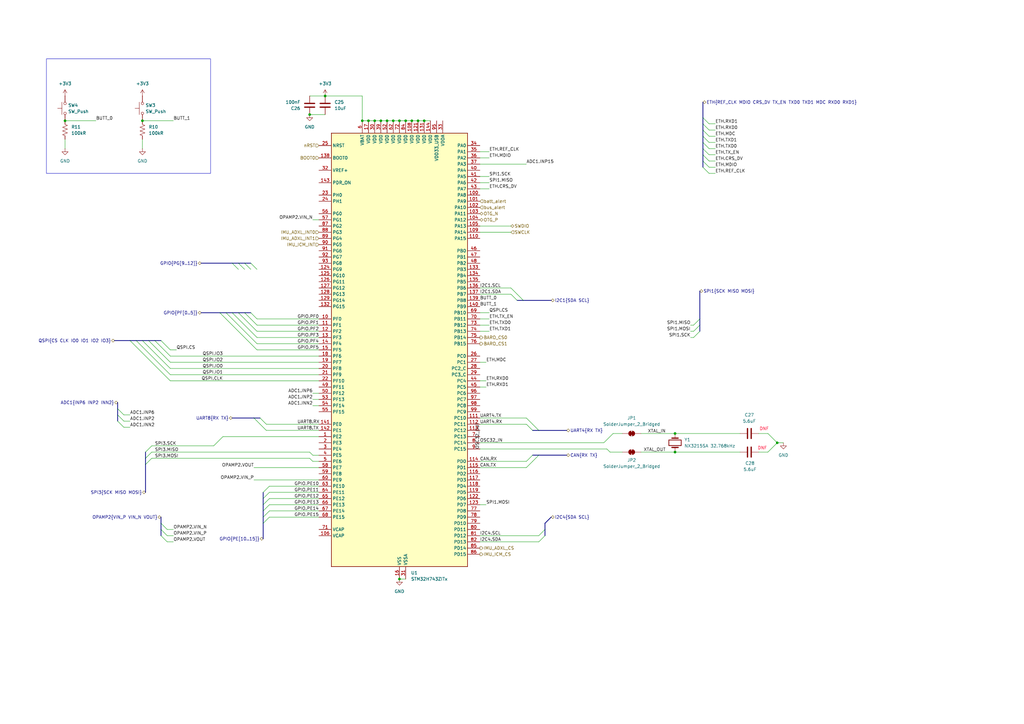
<source format=kicad_sch>
(kicad_sch (version 20250114) (generator "eeschema") (generator_version "9.0")
  (paper "A3")
  (lib_symbols
    (symbol "Device:C" (pin_numbers (hide yes)) (pin_names (offset 0.254))
      (property "Reference" "C" (at 0.635 2.54 0))
      (property "Value" "C" (at 0.635 -2.54 0))
      (symbol "C_0_1"
        (polyline (pts (xy -2.032 0.762) (xy 2.032 0.762)) (stroke (width 0.508)))
        (polyline (pts (xy -2.032 -0.762) (xy 2.032 -0.762)) (stroke (width 0.508)))
      )
      (symbol "C_1_1"
        (pin passive line (at 0 3.81 270) (length 2.794) (name "~") (number "1"))
        (pin passive line (at 0 -3.81 90) (length 2.794) (name "~") (number "2"))
      )
    )
    (symbol "Device:Crystal" (pin_numbers (hide yes)) (pin_names (offset 1.016) (hide yes))
      (property "Reference" "Y" (at 0 3.81 0))
      (property "Value" "Crystal" (at 0 -3.81 0))
      (symbol "Crystal_0_1"
        (polyline (pts (xy -2.54 0) (xy -1.905 0)))
        (polyline (pts (xy -1.905 -1.27) (xy -1.905 1.27)) (stroke (width 0.508)))
        (rectangle (start -1.143 2.54) (end 1.143 -2.54) (stroke (width 0.3048)))
        (polyline (pts (xy 1.905 -1.27) (xy 1.905 1.27)) (stroke (width 0.508)))
        (polyline (pts (xy 2.54 0) (xy 1.905 0)))
      )
      (symbol "Crystal_1_1"
        (pin passive line (at -3.81 0 0) (length 1.27) (name "1") (number "1"))
        (pin passive line (at 3.81 0 180) (length 1.27) (name "2") (number "2"))
      )
    )
    (symbol "Device:R_US" (pin_numbers (hide yes)) (pin_names (offset 0))
      (property "Reference" "R" (at 2.54 0 90))
      (property "Value" "R_US" (at -2.54 0 90))
      (symbol "R_US_0_1"
        (polyline (pts (xy 0 2.286) (xy 0 2.54)))
        (polyline (pts (xy 0 2.286) (xy 1.016 1.905) (xy 0 1.524) (xy -1.016 1.143) (xy 0 0.762)))
        (polyline (pts (xy 0 0.762) (xy 1.016 0.381) (xy 0 0) (xy -1.016 -0.381) (xy 0 -0.762)))
        (polyline (pts (xy 0 -0.762) (xy 1.016 -1.143) (xy 0 -1.524) (xy -1.016 -1.905) (xy 0 -2.286)))
        (polyline (pts (xy 0 -2.286) (xy 0 -2.54)))
      )
      (symbol "R_US_1_1"
        (pin passive line (at 0 3.81 270) (length 1.27) (name "~") (number "1"))
        (pin passive line (at 0 -3.81 90) (length 1.27) (name "~") (number "2"))
      )
    )
    (symbol "Jumper:SolderJumper_2_Bridged" (pin_numbers (hide yes)) (pin_names (offset 0) (hide yes)) (in_bom no)
      (property "Reference" "JP" (at 0 2.032 0))
      (property "Value" "SolderJumper_2_Bridged" (at 0 -2.54 0))
      (symbol "SolderJumper_2_Bridged_0_1"
        (rectangle (start -0.508 0.508) (end 0.508 -0.508) (fill (type outline)))
        (polyline (pts (xy -0.254 1.016) (xy -0.254 -1.016)))
        (arc (start -0.254 -1.016) (mid -1.2656 0) (end -0.254 1.016))
        (arc (start -0.254 -1.016) (mid -1.2656 0) (end -0.254 1.016) (fill (type outline)))
        (arc (start 0.254 1.016) (mid 1.2656 0) (end 0.254 -1.016))
        (arc (start 0.254 1.016) (mid 1.2656 0) (end 0.254 -1.016) (fill (type outline)))
        (polyline (pts (xy 0.254 1.016) (xy 0.254 -1.016)))
      )
      (symbol "SolderJumper_2_Bridged_1_1"
        (pin passive line (at -3.81 0 0) (length 2.54) (name "A") (number "1"))
        (pin passive line (at 3.81 0 180) (length 2.54) (name "B") (number "2"))
      )
    )
    (symbol "MCU_ST_STM32H7:STM32H743ZITx"
      (property "Reference" "U" (at -27.94 90.17 0))
      (property "Value" "STM32H743ZITx" (at 20.32 90.17 0))
      (symbol "STM32H743ZITx_0_1"
        (rectangle (start -27.94 -88.9) (end 27.94 88.9) (stroke (width 0.254)) (fill (type background)))
      )
      (symbol "STM32H743ZITx_1_1"
        (pin input line (at -33.02 83.82 0) (length 5.08) (name "NRST") (number "25"))
        (pin input line (at -33.02 78.74 0) (length 5.08) (name "BOOT0") (number "138"))
        (pin input line (at -33.02 73.66 0) (length 5.08) (name "VREF+") (number "32"))
        (pin input line (at -33.02 68.58 0) (length 5.08) (name "PDR_ON") (number "143"))
        (pin bidirectional line (at -33.02 63.5 0) (length 5.08) (name "PH0") (number "23"))
        (pin bidirectional line (at -33.02 60.96 0) (length 5.08) (name "PH1") (number "24"))
        (pin bidirectional line (at -33.02 55.88 0) (length 5.08) (name "PG0") (number "56"))
        (pin bidirectional line (at -33.02 53.34 0) (length 5.08) (name "PG1") (number "57"))
        (pin bidirectional line (at -33.02 50.8 0) (length 5.08) (name "PG2") (number "87"))
        (pin bidirectional line (at -33.02 48.26 0) (length 5.08) (name "PG3") (number "88"))
        (pin bidirectional line (at -33.02 45.72 0) (length 5.08) (name "PG4") (number "89"))
        (pin bidirectional line (at -33.02 43.18 0) (length 5.08) (name "PG5") (number "90"))
        (pin bidirectional line (at -33.02 40.64 0) (length 5.08) (name "PG6") (number "91"))
        (pin bidirectional line (at -33.02 38.1 0) (length 5.08) (name "PG7") (number "92"))
        (pin bidirectional line (at -33.02 35.56 0) (length 5.08) (name "PG8") (number "93"))
        (pin bidirectional line (at -33.02 33.02 0) (length 5.08) (name "PG9") (number "124"))
        (pin bidirectional line (at -33.02 30.48 0) (length 5.08) (name "PG10") (number "125"))
        (pin bidirectional line (at -33.02 27.94 0) (length 5.08) (name "PG11") (number "126"))
        (pin bidirectional line (at -33.02 25.4 0) (length 5.08) (name "PG12") (number "127"))
        (pin bidirectional line (at -33.02 22.86 0) (length 5.08) (name "PG13") (number "128"))
        (pin bidirectional line (at -33.02 20.32 0) (length 5.08) (name "PG14") (number "129"))
        (pin bidirectional line (at -33.02 17.78 0) (length 5.08) (name "PG15") (number "132"))
        (pin bidirectional line (at -33.02 12.7 0) (length 5.08) (name "PF0") (number "10"))
        (pin bidirectional line (at -33.02 10.16 0) (length 5.08) (name "PF1") (number "11"))
        (pin bidirectional line (at -33.02 7.62 0) (length 5.08) (name "PF2") (number "12"))
        (pin bidirectional line (at -33.02 5.08 0) (length 5.08) (name "PF3") (number "13"))
        (pin bidirectional line (at -33.02 2.54 0) (length 5.08) (name "PF4") (number "14"))
        (pin bidirectional line (at -33.02 0 0) (length 5.08) (name "PF5") (number "15"))
        (pin bidirectional line (at -33.02 -2.54 0) (length 5.08) (name "PF6") (number "18"))
        (pin bidirectional line (at -33.02 -5.08 0) (length 5.08) (name "PF7") (number "19"))
        (pin bidirectional line (at -33.02 -7.62 0) (length 5.08) (name "PF8") (number "20"))
        (pin bidirectional line (at -33.02 -10.16 0) (length 5.08) (name "PF9") (number "21"))
        (pin bidirectional line (at -33.02 -12.7 0) (length 5.08) (name "PF10") (number "22"))
        (pin bidirectional line (at -33.02 -15.24 0) (length 5.08) (name "PF11") (number "49"))
        (pin bidirectional line (at -33.02 -17.78 0) (length 5.08) (name "PF12") (number "50"))
        (pin bidirectional line (at -33.02 -20.32 0) (length 5.08) (name "PF13") (number "53"))
        (pin bidirectional line (at -33.02 -22.86 0) (length 5.08) (name "PF14") (number "54"))
        (pin bidirectional line (at -33.02 -25.4 0) (length 5.08) (name "PF15") (number "55"))
        (pin bidirectional line (at -33.02 -30.48 0) (length 5.08) (name "PE0") (number "141"))
        (pin bidirectional line (at -33.02 -33.02 0) (length 5.08) (name "PE1") (number "142"))
        (pin bidirectional line (at -33.02 -35.56 0) (length 5.08) (name "PE2") (number "1"))
        (pin bidirectional line (at -33.02 -38.1 0) (length 5.08) (name "PE3") (number "2"))
        (pin bidirectional line (at -33.02 -40.64 0) (length 5.08) (name "PE4") (number "3"))
        (pin bidirectional line (at -33.02 -43.18 0) (length 5.08) (name "PE5") (number "4"))
        (pin bidirectional line (at -33.02 -45.72 0) (length 5.08) (name "PE6") (number "5"))
        (pin bidirectional line (at -33.02 -48.26 0) (length 5.08) (name "PE7") (number "58"))
        (pin bidirectional line (at -33.02 -50.8 0) (length 5.08) (name "PE8") (number "59"))
        (pin bidirectional line (at -33.02 -53.34 0) (length 5.08) (name "PE9") (number "60"))
        (pin bidirectional line (at -33.02 -55.88 0) (length 5.08) (name "PE10") (number "63"))
        (pin bidirectional line (at -33.02 -58.42 0) (length 5.08) (name "PE11") (number "64"))
        (pin bidirectional line (at -33.02 -60.96 0) (length 5.08) (name "PE12") (number "65"))
        (pin bidirectional line (at -33.02 -63.5 0) (length 5.08) (name "PE13") (number "66"))
        (pin bidirectional line (at -33.02 -66.04 0) (length 5.08) (name "PE14") (number "67"))
        (pin bidirectional line (at -33.02 -68.58 0) (length 5.08) (name "PE15") (number "68"))
        (pin power_out line (at -33.02 -73.66 0) (length 5.08) (name "VCAP") (number "71"))
        (pin power_out line (at -33.02 -76.2 0) (length 5.08) (name "VCAP") (number "106"))
        (pin power_in line (at -15.24 93.98 270) (length 5.08) (name "VBAT") (number "6"))
        (pin power_in line (at -12.7 93.98 270) (length 5.08) (name "VDD") (number "17"))
        (pin power_in line (at -10.16 93.98 270) (length 5.08) (name "VDD") (number "30"))
        (pin power_in line (at -7.62 93.98 270) (length 5.08) (name "VDD") (number "39"))
        (pin power_in line (at -5.08 93.98 270) (length 5.08) (name "VDD") (number "52"))
        (pin power_in line (at -2.54 93.98 270) (length 5.08) (name "VDD") (number "62"))
        (pin power_in line (at 0 93.98 270) (length 5.08) (name "VDD") (number "72"))
        (pin passive line (at 0 -93.98 90) (length 5.08) (hide yes) (name "VSS") (number "107"))
        (pin passive line (at 0 -93.98 90) (length 5.08) (hide yes) (name "VSS") (number "120"))
        (pin passive line (at 0 -93.98 90) (length 5.08) (hide yes) (name "VSS") (number "130"))
        (pin power_in line (at 0 -93.98 90) (length 5.08) (name "VSS") (number "16"))
        (pin passive line (at 0 -93.98 90) (length 5.08) (hide yes) (name "VSS") (number "38"))
        (pin passive line (at 0 -93.98 90) (length 5.08) (hide yes) (name "VSS") (number "51"))
        (pin passive line (at 0 -93.98 90) (length 5.08) (hide yes) (name "VSS") (number "61"))
        (pin passive line (at 0 -93.98 90) (length 5.08) (hide yes) (name "VSS") (number "83"))
        (pin passive line (at 0 -93.98 90) (length 5.08) (hide yes) (name "VSS") (number "94"))
        (pin power_in line (at 2.54 93.98 270) (length 5.08) (name "VDD") (number "84"))
        (pin power_in line (at 2.54 -93.98 90) (length 5.08) (name "VSSA") (number "31"))
        (pin power_in line (at 5.08 93.98 270) (length 5.08) (name "VDD") (number "108"))
        (pin power_in line (at 7.62 93.98 270) (length 5.08) (name "VDD") (number "121"))
        (pin power_in line (at 10.16 93.98 270) (length 5.08) (name "VDD") (number "131"))
        (pin power_in line (at 12.7 93.98 270) (length 5.08) (name "VDD") (number "144"))
        (pin power_in line (at 15.24 93.98 270) (length 5.08) (name "VDD33_USB") (number "95"))
        (pin power_in line (at 17.78 93.98 270) (length 5.08) (name "VDDA") (number "33"))
        (pin bidirectional line (at 33.02 83.82 180) (length 5.08) (name "PA0") (number "34"))
        (pin bidirectional line (at 33.02 81.28 180) (length 5.08) (name "PA1") (number "35"))
        (pin bidirectional line (at 33.02 78.74 180) (length 5.08) (name "PA2") (number "36"))
        (pin bidirectional line (at 33.02 76.2 180) (length 5.08) (name "PA3") (number "37"))
        (pin bidirectional line (at 33.02 73.66 180) (length 5.08) (name "PA4") (number "40"))
        (pin bidirectional line (at 33.02 71.12 180) (length 5.08) (name "PA5") (number "41"))
        (pin bidirectional line (at 33.02 68.58 180) (length 5.08) (name "PA6") (number "42"))
        (pin bidirectional line (at 33.02 66.04 180) (length 5.08) (name "PA7") (number "43"))
        (pin bidirectional line (at 33.02 63.5 180) (length 5.08) (name "PA8") (number "100"))
        (pin bidirectional line (at 33.02 60.96 180) (length 5.08) (name "PA9") (number "101"))
        (pin bidirectional line (at 33.02 58.42 180) (length 5.08) (name "PA10") (number "102"))
        (pin bidirectional line (at 33.02 55.88 180) (length 5.08) (name "PA11") (number "103"))
        (pin bidirectional line (at 33.02 53.34 180) (length 5.08) (name "PA12") (number "104"))
        (pin bidirectional line (at 33.02 50.8 180) (length 5.08) (name "PA13") (number "105"))
        (pin bidirectional line (at 33.02 48.26 180) (length 5.08) (name "PA14") (number "109"))
        (pin bidirectional line (at 33.02 45.72 180) (length 5.08) (name "PA15") (number "110"))
        (pin bidirectional line (at 33.02 40.64 180) (length 5.08) (name "PB0") (number "46"))
        (pin bidirectional line (at 33.02 38.1 180) (length 5.08) (name "PB1") (number "47"))
        (pin bidirectional line (at 33.02 35.56 180) (length 5.08) (name "PB2") (number "48"))
        (pin bidirectional line (at 33.02 33.02 180) (length 5.08) (name "PB3") (number "133"))
        (pin bidirectional line (at 33.02 30.48 180) (length 5.08) (name "PB4") (number "134"))
        (pin bidirectional line (at 33.02 27.94 180) (length 5.08) (name "PB5") (number "135"))
        (pin bidirectional line (at 33.02 25.4 180) (length 5.08) (name "PB6") (number "136"))
        (pin bidirectional line (at 33.02 22.86 180) (length 5.08) (name "PB7") (number "137"))
        (pin bidirectional line (at 33.02 20.32 180) (length 5.08) (name "PB8") (number "139"))
        (pin bidirectional line (at 33.02 17.78 180) (length 5.08) (name "PB9") (number "140"))
        (pin bidirectional line (at 33.02 15.24 180) (length 5.08) (name "PB10") (number "69"))
        (pin bidirectional line (at 33.02 12.7 180) (length 5.08) (name "PB11") (number "70"))
        (pin bidirectional line (at 33.02 10.16 180) (length 5.08) (name "PB12") (number "73"))
        (pin bidirectional line (at 33.02 7.62 180) (length 5.08) (name "PB13") (number "74"))
        (pin bidirectional line (at 33.02 5.08 180) (length 5.08) (name "PB14") (number "75"))
        (pin bidirectional line (at 33.02 2.54 180) (length 5.08) (name "PB15") (number "76"))
        (pin bidirectional line (at 33.02 -2.54 180) (length 5.08) (name "PC0") (number "26"))
        (pin bidirectional line (at 33.02 -5.08 180) (length 5.08) (name "PC1") (number "27"))
        (pin bidirectional line (at 33.02 -7.62 180) (length 5.08) (name "PC2_C") (number "28"))
        (pin bidirectional line (at 33.02 -10.16 180) (length 5.08) (name "PC3_C") (number "29"))
        (pin bidirectional line (at 33.02 -12.7 180) (length 5.08) (name "PC4") (number "44"))
        (pin bidirectional line (at 33.02 -15.24 180) (length 5.08) (name "PC5") (number "45"))
        (pin bidirectional line (at 33.02 -17.78 180) (length 5.08) (name "PC6") (number "96"))
        (pin bidirectional line (at 33.02 -20.32 180) (length 5.08) (name "PC7") (number "97"))
        (pin bidirectional line (at 33.02 -22.86 180) (length 5.08) (name "PC8") (number "98"))
        (pin bidirectional line (at 33.02 -25.4 180) (length 5.08) (name "PC9") (number "99"))
        (pin bidirectional line (at 33.02 -27.94 180) (length 5.08) (name "PC10") (number "111"))
        (pin bidirectional line (at 33.02 -30.48 180) (length 5.08) (name "PC11") (number "112"))
        (pin bidirectional line (at 33.02 -33.02 180) (length 5.08) (name "PC12") (number "113"))
        (pin bidirectional line (at 33.02 -35.56 180) (length 5.08) (name "PC13") (number "7"))
        (pin bidirectional line (at 33.02 -38.1 180) (length 5.08) (name "PC14") (number "8"))
        (pin bidirectional line (at 33.02 -40.64 180) (length 5.08) (name "PC15") (number "9"))
        (pin bidirectional line (at 33.02 -45.72 180) (length 5.08) (name "PD0") (number "114"))
        (pin bidirectional line (at 33.02 -48.26 180) (length 5.08) (name "PD1") (number "115"))
        (pin bidirectional line (at 33.02 -50.8 180) (length 5.08) (name "PD2") (number "116"))
        (pin bidirectional line (at 33.02 -53.34 180) (length 5.08) (name "PD3") (number "117"))
        (pin bidirectional line (at 33.02 -55.88 180) (length 5.08) (name "PD4") (number "118"))
        (pin bidirectional line (at 33.02 -58.42 180) (length 5.08) (name "PD5") (number "119"))
        (pin bidirectional line (at 33.02 -60.96 180) (length 5.08) (name "PD6") (number "122"))
        (pin bidirectional line (at 33.02 -63.5 180) (length 5.08) (name "PD7") (number "123"))
        (pin bidirectional line (at 33.02 -66.04 180) (length 5.08) (name "PD8") (number "77"))
        (pin bidirectional line (at 33.02 -68.58 180) (length 5.08) (name "PD9") (number "78"))
        (pin bidirectional line (at 33.02 -71.12 180) (length 5.08) (name "PD10") (number "79"))
        (pin bidirectional line (at 33.02 -73.66 180) (length 5.08) (name "PD11") (number "80"))
        (pin bidirectional line (at 33.02 -76.2 180) (length 5.08) (name "PD12") (number "81"))
        (pin bidirectional line (at 33.02 -78.74 180) (length 5.08) (name "PD13") (number "82"))
        (pin bidirectional line (at 33.02 -81.28 180) (length 5.08) (name "PD14") (number "85"))
        (pin bidirectional line (at 33.02 -83.82 180) (length 5.08) (name "PD15") (number "86"))
      )
    )
    (symbol "Switch:SW_Push" (pin_numbers (hide yes)) (pin_names (offset 1.016) (hide yes))
      (property "Reference" "SW" (at 1.27 2.54 0))
      (property "Value" "SW_Push" (at 0 -1.524 0))
      (symbol "SW_Push_0_1"
        (circle (center -2.032 0) (radius 0.508))
        (polyline (pts (xy 0 1.27) (xy 0 3.048)))
        (circle (center 2.032 0) (radius 0.508))
        (polyline (pts (xy 2.54 1.27) (xy -2.54 1.27)))
        (pin passive line (at -5.08 0 0) (length 2.54) (name "1") (number "1"))
        (pin passive line (at 5.08 0 180) (length 2.54) (name "2") (number "2"))
      )
    )
    (symbol "power:+3V3" (power) (pin_numbers (hide yes)) (pin_names (offset 0) (hide yes))
      (property "Value" "+3V3" (at 0 3.556 0))
      (symbol "+3V3_0_1"
        (polyline (pts (xy -0.762 1.27) (xy 0 2.54)))
        (polyline (pts (xy 0 2.54) (xy 0.762 1.27)))
        (polyline (pts (xy 0 0) (xy 0 2.54)))
      )
      (symbol "+3V3_1_1"
        (pin power_in line (at 0 0 90) (length 0) (name "~") (number "1"))
      )
    )
    (symbol "power:GND" (power) (pin_numbers (hide yes)) (pin_names (offset 0) (hide yes))
      (property "Value" "GND" (at 0 -3.81 0))
      (symbol "GND_0_1"
        (polyline (pts (xy 0 0) (xy 0 -1.27) (xy 1.27 -1.27) (xy 0 -2.54) (xy -1.27 -1.27) (xy 0 -1.27)))
      )
      (symbol "GND_1_1"
        (pin power_in line (at 0 0 270) (length 0) (name "~") (number "1"))
      )
    )
  )
  (rectangle (start 19.05 24.13) (end 86.36 71.12))
  (text "DNF" (at 313.436 176.022 0) (effects (font (size 1.27 1.27))))
  (text "DNF" (at 312.674 183.896 0) (effects (font (size 1.27 1.27))))
  (junction (at 168.91 49.53))
  (junction (at 161.29 49.53))
  (junction (at 156.21 49.53))
  (junction (at 276.86 185.42))
  (junction (at 58.42 49.53))
  (junction (at 318.77 181.61))
  (junction (at 153.67 49.53))
  (junction (at 133.35 39.37))
  (junction (at 158.75 49.53))
  (junction (at 127 46.99))
  (junction (at 166.37 49.53))
  (junction (at 173.99 49.53))
  (junction (at 148.59 49.53))
  (junction (at 276.86 177.8))
  (junction (at 151.13 49.53))
  (junction (at 163.83 237.49))
  (junction (at 26.67 49.53))
  (junction (at 171.45 49.53))
  (junction (at 163.83 49.53))
  (bus_entry (at 90.17 128.27) (size 2.54 2.54))
  (bus_entry (at 288.29 68.58) (size 2.54 2.54))
  (bus_entry (at 58.42 139.7) (size 2.54 2.54))
  (bus_entry (at 287.02 135.89) (size -2.54 2.54))
  (bus_entry (at 53.34 139.7) (size 2.54 2.54))
  (bus_entry (at 100.33 128.27) (size 2.54 2.54))
  (bus_entry (at 95.25 128.27) (size 2.54 2.54))
  (bus_entry (at 288.29 48.26) (size 2.54 2.54))
  (bus_entry (at 287.02 133.35) (size -2.54 2.54))
  (bus_entry (at 66.04 139.7) (size 2.54 2.54))
  (bus_entry (at 107.95 212.09) (size 2.54 -2.54))
  (bus_entry (at 66.04 214.63) (size 2.54 2.54))
  (bus_entry (at 218.44 176.53) (size -2.54 -2.54))
  (bus_entry (at 48.26 172.72) (size 2.54 2.54))
  (bus_entry (at 92.71 128.27) (size 2.54 2.54))
  (bus_entry (at 66.04 217.17) (size 2.54 2.54))
  (bus_entry (at 287.02 130.81) (size -2.54 2.54))
  (bus_entry (at 288.29 66.04) (size 2.54 2.54))
  (bus_entry (at 107.95 207.01) (size 2.54 -2.54))
  (bus_entry (at 218.44 186.69) (size -2.54 2.54))
  (bus_entry (at 288.29 60.96) (size 2.54 2.54))
  (bus_entry (at 102.87 107.95) (size 2.54 2.54))
  (bus_entry (at 212.09 123.19) (size -2.54 -2.54))
  (bus_entry (at 107.95 214.63) (size 2.54 -2.54))
  (bus_entry (at 59.69 190.5) (size 2.54 -2.54))
  (bus_entry (at 60.96 139.7) (size 2.54 2.54))
  (bus_entry (at 288.29 50.8) (size 2.54 2.54))
  (bus_entry (at 288.29 53.34) (size 2.54 2.54))
  (bus_entry (at 66.04 219.71) (size 2.54 2.54))
  (bus_entry (at 63.5 139.7) (size 2.54 2.54))
  (bus_entry (at 48.26 167.64) (size 2.54 2.54))
  (bus_entry (at 107.95 204.47) (size 2.54 -2.54))
  (bus_entry (at 97.79 128.27) (size 2.54 2.54))
  (bus_entry (at 223.52 217.17) (size -2.54 2.54))
  (bus_entry (at 288.29 63.5) (size 2.54 2.54))
  (bus_entry (at 104.14 171.45) (size 2.54 2.54))
  (bus_entry (at 48.26 170.18) (size 2.54 2.54))
  (bus_entry (at 95.25 107.95) (size 2.54 2.54))
  (bus_entry (at 220.98 176.53) (size -2.54 -2.54))
  (bus_entry (at 100.33 107.95) (size 2.54 2.54))
  (bus_entry (at 223.52 219.71) (size -2.54 2.54))
  (bus_entry (at 107.95 209.55) (size 2.54 -2.54))
  (bus_entry (at 106.68 171.45) (size 2.54 2.54))
  (bus_entry (at 288.29 55.88) (size 2.54 2.54))
  (bus_entry (at 97.79 107.95) (size 2.54 2.54))
  (bus_entry (at 288.29 58.42) (size 2.54 2.54))
  (bus_entry (at 55.88 139.7) (size 2.54 2.54))
  (bus_entry (at 214.63 123.19) (size -2.54 -2.54))
  (bus_entry (at 59.69 185.42) (size 2.54 -2.54))
  (bus_entry (at 107.95 201.93) (size 2.54 -2.54))
  (bus_entry (at 220.98 186.69) (size -2.54 2.54))
  (bus_entry (at 102.87 128.27) (size 2.54 2.54))
  (bus_entry (at 59.69 187.96) (size 2.54 -2.54))
  (wire (pts (xy 127 39.37) (xy 133.35 39.37)))
  (wire (pts (xy 283.21 138.43) (xy 284.48 138.43)))
  (wire (pts (xy 283.21 135.89) (xy 284.48 135.89)))
  (wire (pts (xy 128.27 186.69) (xy 127 185.42)))
  (bus (pts (xy 220.98 186.69) (xy 232.41 186.69)))
  (wire (pts (xy 130.81 135.89) (xy 105.41 135.89)))
  (wire (pts (xy 196.85 120.65) (xy 209.55 120.65)))
  (wire (pts (xy 105.41 130.81) (xy 130.81 130.81)))
  (bus (pts (xy 48.26 167.64) (xy 48.26 170.18)))
  (wire (pts (xy 69.85 153.67) (xy 130.81 153.67)))
  (wire (pts (xy 173.99 49.53) (xy 176.53 49.53)))
  (wire (pts (xy 127 46.99) (xy 133.35 46.99)))
  (wire (pts (xy 50.8 175.26) (xy 53.34 175.26)))
  (wire (pts (xy 276.86 185.42) (xy 303.53 185.42)))
  (wire (pts (xy 290.83 71.12) (xy 293.37 71.12)))
  (bus (pts (xy 48.26 170.18) (xy 48.26 172.72)))
  (bus (pts (xy 288.29 60.96) (xy 288.29 58.42)))
  (wire (pts (xy 290.83 58.42) (xy 293.37 58.42)))
  (bus (pts (xy 97.79 107.95) (xy 100.33 107.95)))
  (wire (pts (xy 196.85 148.59) (xy 199.39 148.59)))
  (wire (pts (xy 110.49 201.93) (xy 130.81 201.93)))
  (wire (pts (xy 196.85 72.39) (xy 200.66 72.39)))
  (bus (pts (xy 66.04 217.17) (xy 66.04 219.71)))
  (wire (pts (xy 171.45 49.53) (xy 173.99 49.53)))
  (wire (pts (xy 156.21 49.53) (xy 158.75 49.53)))
  (wire (pts (xy 133.35 39.37) (xy 148.59 39.37)))
  (wire (pts (xy 318.77 181.61) (xy 321.31 181.61)))
  (wire (pts (xy 196.85 74.93) (xy 200.66 74.93)))
  (wire (pts (xy 247.65 181.61) (xy 251.46 177.8)))
  (bus (pts (xy 92.71 128.27) (xy 95.25 128.27)))
  (wire (pts (xy 130.81 189.23) (xy 128.27 189.23)))
  (wire (pts (xy 215.9 171.45) (xy 218.44 173.99)))
  (bus (pts (xy 48.26 165.1) (xy 48.26 167.64)))
  (wire (pts (xy 105.41 140.97) (xy 95.25 130.81)))
  (wire (pts (xy 68.58 142.24) (xy 69.85 143.51)))
  (bus (pts (xy 46.99 139.7) (xy 53.34 139.7)))
  (bus (pts (xy 107.95 201.93) (xy 107.95 204.47)))
  (wire (pts (xy 128.27 189.23) (xy 127 187.96)))
  (wire (pts (xy 110.49 212.09) (xy 130.81 212.09)))
  (wire (pts (xy 62.23 185.42) (xy 127 185.42)))
  (wire (pts (xy 200.66 62.23) (xy 196.85 62.23)))
  (bus (pts (xy 97.79 128.27) (xy 100.33 128.27)))
  (wire (pts (xy 196.85 173.99) (xy 215.9 173.99)))
  (wire (pts (xy 130.81 140.97) (xy 105.41 140.97)))
  (bus (pts (xy 287.02 119.38) (xy 287.02 130.81)))
  (wire (pts (xy 130.81 138.43) (xy 105.41 138.43)))
  (wire (pts (xy 290.83 68.58) (xy 293.37 68.58)))
  (wire (pts (xy 262.89 185.42) (xy 276.86 185.42)))
  (wire (pts (xy 196.85 95.25) (xy 209.55 95.25)))
  (wire (pts (xy 105.41 133.35) (xy 102.87 130.81)))
  (wire (pts (xy 196.85 189.23) (xy 215.9 189.23)))
  (wire (pts (xy 130.81 133.35) (xy 105.41 133.35)))
  (bus (pts (xy 95.25 171.45) (xy 104.14 171.45)))
  (bus (pts (xy 55.88 139.7) (xy 58.42 139.7)))
  (bus (pts (xy 223.52 214.63) (xy 226.06 212.09)))
  (wire (pts (xy 196.85 184.15) (xy 248.92 184.15)))
  (wire (pts (xy 196.85 219.71) (xy 220.98 219.71)))
  (wire (pts (xy 68.58 219.71) (xy 71.12 219.71)))
  (bus (pts (xy 288.29 53.34) (xy 288.29 50.8)))
  (wire (pts (xy 26.67 60.96) (xy 26.67 57.15)))
  (wire (pts (xy 91.44 179.07) (xy 130.81 179.07)))
  (wire (pts (xy 196.85 158.75) (xy 199.39 158.75)))
  (wire (pts (xy 153.67 49.53) (xy 156.21 49.53)))
  (wire (pts (xy 69.85 151.13) (xy 60.96 142.24)))
  (bus (pts (xy 223.52 219.71) (xy 223.52 217.17)))
  (wire (pts (xy 69.85 148.59) (xy 63.5 142.24)))
  (bus (pts (xy 63.5 139.7) (xy 66.04 139.7)))
  (wire (pts (xy 58.42 49.53) (xy 71.12 49.53)))
  (bus (pts (xy 212.09 123.19) (xy 214.63 123.19)))
  (bus (pts (xy 100.33 128.27) (xy 102.87 128.27)))
  (wire (pts (xy 69.85 156.21) (xy 130.81 156.21)))
  (wire (pts (xy 26.67 49.53) (xy 39.37 49.53)))
  (bus (pts (xy 107.95 214.63) (xy 107.95 220.98)))
  (wire (pts (xy 68.58 222.25) (xy 71.12 222.25)))
  (wire (pts (xy 128.27 166.37) (xy 130.81 166.37)))
  (wire (pts (xy 151.13 49.53) (xy 153.67 49.53)))
  (wire (pts (xy 196.85 222.25) (xy 220.98 222.25)))
  (wire (pts (xy 69.85 151.13) (xy 130.81 151.13)))
  (wire (pts (xy 104.14 191.77) (xy 130.81 191.77)))
  (bus (pts (xy 104.14 171.45) (xy 106.68 171.45)))
  (bus (pts (xy 107.95 212.09) (xy 107.95 214.63)))
  (wire (pts (xy 196.85 207.01) (xy 199.39 207.01)))
  (wire (pts (xy 148.59 49.53) (xy 151.13 49.53)))
  (wire (pts (xy 163.83 49.53) (xy 166.37 49.53)))
  (bus (pts (xy 288.29 48.26) (xy 288.29 41.91)))
  (wire (pts (xy 196.85 191.77) (xy 215.9 191.77)))
  (wire (pts (xy 196.85 135.89) (xy 200.66 135.89)))
  (wire (pts (xy 104.14 196.85) (xy 130.81 196.85)))
  (bus (pts (xy 59.69 190.5) (xy 59.69 187.96)))
  (wire (pts (xy 158.75 49.53) (xy 161.29 49.53)))
  (wire (pts (xy 69.85 143.51) (xy 72.39 143.51)))
  (bus (pts (xy 59.69 187.96) (xy 59.69 185.42)))
  (wire (pts (xy 69.85 146.05) (xy 66.04 142.24)))
  (wire (pts (xy 196.85 181.61) (xy 247.65 181.61)))
  (wire (pts (xy 128.27 90.17) (xy 130.81 90.17)))
  (wire (pts (xy 196.85 171.45) (xy 215.9 171.45)))
  (wire (pts (xy 196.85 133.35) (xy 200.66 133.35)))
  (wire (pts (xy 69.85 146.05) (xy 130.81 146.05)))
  (wire (pts (xy 196.85 156.21) (xy 199.39 156.21)))
  (wire (pts (xy 218.44 189.23) (xy 215.9 191.77)))
  (wire (pts (xy 200.66 77.47) (xy 196.85 77.47)))
  (wire (pts (xy 110.49 207.01) (xy 130.81 207.01)))
  (wire (pts (xy 50.8 172.72) (xy 53.34 172.72)))
  (bus (pts (xy 95.25 128.27) (xy 97.79 128.27)))
  (wire (pts (xy 196.85 130.81) (xy 200.66 130.81)))
  (bus (pts (xy 58.42 139.7) (xy 60.96 139.7)))
  (wire (pts (xy 50.8 170.18) (xy 53.34 170.18)))
  (wire (pts (xy 110.49 199.39) (xy 130.81 199.39)))
  (bus (pts (xy 220.98 176.53) (xy 232.41 176.53)))
  (wire (pts (xy 290.83 60.96) (xy 293.37 60.96)))
  (wire (pts (xy 105.41 143.51) (xy 130.81 143.51)))
  (wire (pts (xy 128.27 161.29) (xy 130.81 161.29)))
  (bus (pts (xy 95.25 107.95) (xy 97.79 107.95)))
  (bus (pts (xy 60.96 139.7) (xy 63.5 139.7)))
  (wire (pts (xy 283.21 133.35) (xy 284.48 133.35)))
  (wire (pts (xy 290.83 50.8) (xy 293.37 50.8)))
  (bus (pts (xy 218.44 186.69) (xy 220.98 186.69)))
  (bus (pts (xy 288.29 68.58) (xy 288.29 66.04)))
  (wire (pts (xy 311.15 185.42) (xy 314.96 185.42)))
  (wire (pts (xy 110.49 209.55) (xy 130.81 209.55)))
  (wire (pts (xy 62.23 182.88) (xy 87.63 182.88)))
  (wire (pts (xy 250.19 185.42) (xy 255.27 185.42)))
  (wire (pts (xy 200.66 64.77) (xy 196.85 64.77)))
  (wire (pts (xy 68.58 217.17) (xy 71.12 217.17)))
  (wire (pts (xy 163.83 237.49) (xy 166.37 237.49)))
  (wire (pts (xy 248.92 184.15) (xy 250.19 185.42)))
  (bus (pts (xy 59.69 201.93) (xy 59.69 190.5)))
  (bus (pts (xy 218.44 176.53) (xy 220.98 176.53)))
  (wire (pts (xy 290.83 53.34) (xy 293.37 53.34)))
  (bus (pts (xy 288.29 55.88) (xy 288.29 53.34)))
  (wire (pts (xy 290.83 63.5) (xy 293.37 63.5)))
  (wire (pts (xy 311.15 177.8) (xy 314.96 177.8)))
  (bus (pts (xy 287.02 133.35) (xy 287.02 135.89)))
  (wire (pts (xy 290.83 66.04) (xy 293.37 66.04)))
  (wire (pts (xy 196.85 118.11) (xy 209.55 118.11)))
  (bus (pts (xy 223.52 217.17) (xy 223.52 214.63)))
  (wire (pts (xy 168.91 49.53) (xy 171.45 49.53)))
  (bus (pts (xy 288.29 63.5) (xy 288.29 60.96)))
  (wire (pts (xy 314.96 185.42) (xy 318.77 181.61)))
  (wire (pts (xy 251.46 177.8) (xy 255.27 177.8)))
  (wire (pts (xy 55.88 142.24) (xy 69.85 156.21)))
  (wire (pts (xy 69.85 148.59) (xy 130.81 148.59)))
  (bus (pts (xy 53.34 139.7) (xy 55.88 139.7)))
  (wire (pts (xy 290.83 55.88) (xy 293.37 55.88)))
  (wire (pts (xy 92.71 130.81) (xy 105.41 143.51)))
  (wire (pts (xy 209.55 118.11) (xy 212.09 120.65)))
  (wire (pts (xy 91.44 179.07) (xy 87.63 182.88)))
  (wire (pts (xy 58.42 60.96) (xy 58.42 57.15)))
  (bus (pts (xy 107.95 209.55) (xy 107.95 212.09)))
  (wire (pts (xy 105.41 135.89) (xy 100.33 130.81)))
  (bus (pts (xy 288.29 58.42) (xy 288.29 55.88)))
  (bus (pts (xy 107.95 204.47) (xy 107.95 207.01)))
  (wire (pts (xy 318.77 181.61) (xy 314.96 177.8)))
  (wire (pts (xy 105.41 138.43) (xy 97.79 130.81)))
  (bus (pts (xy 82.55 107.95) (xy 95.25 107.95)))
  (bus (pts (xy 90.17 128.27) (xy 92.71 128.27)))
  (wire (pts (xy 161.29 49.53) (xy 163.83 49.53)))
  (wire (pts (xy 62.23 187.96) (xy 127 187.96)))
  (wire (pts (xy 276.86 177.8) (xy 303.53 177.8)))
  (bus (pts (xy 107.95 207.01) (xy 107.95 209.55)))
  (bus (pts (xy 66.04 214.63) (xy 66.04 217.17)))
  (wire (pts (xy 109.22 176.53) (xy 130.81 176.53)))
  (bus (pts (xy 287.02 130.81) (xy 287.02 133.35)))
  (bus (pts (xy 100.33 107.95) (xy 102.87 107.95)))
  (wire (pts (xy 128.27 163.83) (xy 130.81 163.83)))
  (wire (pts (xy 130.81 186.69) (xy 128.27 186.69)))
  (bus (pts (xy 214.63 123.19) (xy 226.06 123.19)))
  (wire (pts (xy 69.85 153.67) (xy 58.42 142.24)))
  (wire (pts (xy 196.85 67.31) (xy 215.9 67.31)))
  (bus (pts (xy 288.29 66.04) (xy 288.29 63.5)))
  (wire (pts (xy 196.85 128.27) (xy 200.66 128.27)))
  (wire (pts (xy 106.68 173.99) (xy 109.22 176.53)))
  (wire (pts (xy 109.22 173.99) (xy 130.81 173.99)))
  (bus (pts (xy 82.55 128.27) (xy 90.17 128.27)))
  (bus (pts (xy 66.04 212.09) (xy 66.04 214.63)))
  (wire (pts (xy 166.37 49.53) (xy 168.91 49.53)))
  (wire (pts (xy 110.49 204.47) (xy 130.81 204.47)))
  (wire (pts (xy 262.89 177.8) (xy 276.86 177.8)))
  (bus (pts (xy 288.29 50.8) (xy 288.29 48.26)))
  (wire (pts (xy 196.85 92.71) (xy 209.55 92.71)))
  (wire (pts (xy 148.59 39.37) (xy 148.59 49.53)))
  (label "BUTT_0" (at 39.37 49.53 0))
  (label "ETH.MDC" (at 199.39 148.59 0))
  (label "ETH.CRS_DV" (at 293.37 66.04 0))
  (label "SPI3.MISO" (at 63.5 185.42 0))
  (label "BUTT_1" (at 71.12 49.53 0))
  (label "I2C4.SDA" (at 196.85 222.25 0))
  (label "UART8.RX" (at 121.92 173.99 0))
  (label "QSPI.IO1" (at 91.44 153.67 180))
  (label "ADC1.INP6" (at 128.27 161.29 180))
  (label "ETH.REF_CLK" (at 293.37 71.12 0))
  (label "ETH.MDC" (at 293.37 55.88 0))
  (label "GPIO.PE11" (at 130.81 201.93 180))
  (label "OPAMP2.VIN_N" (at 128.27 90.17 180))
  (label "OPAMP2.VOUT" (at 104.14 191.77 180))
  (label "SPI1.MISO" (at 200.66 74.93 0))
  (label "SPI1.MOSI" (at 283.21 135.89 180))
  (label "ETH.TXD1" (at 293.37 58.42 0))
  (label "ADC1.INP15" (at 215.9 67.31 0))
  (label "SPI3.MOSI" (at 63.5 187.96 0))
  (label "ADC1.INP2" (at 128.27 163.83 180))
  (label "SPI1.MISO" (at 283.21 133.35 180))
  (label "OSC32_IN" (at 196.85 181.61 0))
  (label "BUTT_0" (at 196.85 123.19 0))
  (label "QSPI.CS" (at 200.66 128.27 0))
  (label "UART8.TX" (at 121.92 176.53 0))
  (label "GPIO.PE14" (at 130.81 209.55 180))
  (label "OPAMP2.VIN_P" (at 104.14 196.85 180))
  (label "ETH.TX_EN" (at 293.37 63.5 0))
  (label "QSPI.IO3" (at 91.44 146.05 180))
  (label "ETH.MDIO" (at 200.66 64.77 0))
  (label "OPAMP2.VIN_N" (at 71.12 217.17 0))
  (label "I2C1.SCL" (at 196.85 118.11 0))
  (label "GPIO.PE12" (at 130.81 204.47 180))
  (label "QSPI.CLK" (at 91.44 156.21 180))
  (label "QSPI.IO0" (at 91.44 151.13 180))
  (label "XTAL_OUT" (at 273.05 185.42 180))
  (label "CAN.RX" (at 196.85 189.23 0))
  (label "I2C1.SDA" (at 196.85 120.65 0))
  (label "ADC1.INN2" (at 128.27 166.37 180))
  (label "CAN.TX" (at 196.85 191.77 0))
  (label "GPIO.PF0" (at 130.81 130.81 180))
  (label "GPIO.PF3" (at 130.81 138.43 180))
  (label "BUTT_1" (at 196.85 125.73 0))
  (label "I2C4.SCL" (at 196.85 219.71 0))
  (label "ADC1.INN2" (at 53.34 175.26 0))
  (label "UART4.RX" (at 196.85 173.99 0))
  (label "GPIO.PF5" (at 130.81 143.51 180))
  (label "QSPI.IO2" (at 91.44 148.59 180))
  (label "SPI1.SCK" (at 200.66 72.39 0))
  (label "UART4.TX" (at 196.85 171.45 0))
  (label "OPAMP2.VOUT" (at 71.12 222.25 0))
  (label "GPIO.PE13" (at 130.81 207.01 180))
  (label "GPIO.PF2" (at 130.81 135.89 180))
  (label "QSPI.CS" (at 72.39 143.51 0))
  (label "ETH.TX_EN" (at 200.66 130.81 0))
  (label "ETH.REF_CLK" (at 200.66 62.23 0))
  (label "ADC1.INP2" (at 53.34 172.72 0))
  (label "OSC32_OUT" (at 196.85 184.15 90))
  (label "ETH.RXD0" (at 293.37 53.34 0))
  (label "GPIO.PE15" (at 130.81 212.09 180))
  (label "ETH.MDIO" (at 293.37 68.58 0))
  (label "SPI1.MOSI" (at 199.39 207.01 0))
  (label "SPI1.SCK" (at 283.21 138.43 180))
  (label "GPIO.PF4" (at 130.81 140.97 180))
  (label "ETH.RXD1" (at 293.37 50.8 0))
  (label "ETH.RXD0" (at 199.39 156.21 0))
  (label "SPI3.SCK" (at 63.5 182.88 0))
  (label "ETH.CRS_DV" (at 200.66 77.47 0))
  (label "GPIO.PF1" (at 130.81 133.35 180))
  (label "OPAMP2.VIN_P" (at 71.12 219.71 0))
  (label "ETH.TXD0" (at 200.66 133.35 0))
  (label "XTAL_IN" (at 273.05 177.8 180))
  (label "ETH.TXD1" (at 200.66 135.89 0))
  (label "ETH.RXD1" (at 199.39 158.75 0))
  (label "ADC1.INP6" (at 53.34 170.18 0))
  (label "GPIO.PE10" (at 130.81 199.39 180))
  (label "ETH.TXD0" (at 293.37 60.96 0))
  (hierarchical_label "nRST" (shape input) (at 130.81 59.69 180))
  (hierarchical_label "IMU_ADXL_CS" (shape output) (at 196.85 224.79 0))
  (hierarchical_label "IMU_ICM_INT" (shape input) (at 130.81 100.33 180))
  (hierarchical_label "GPIO{PG[9..12]}" (shape bidirectional) (at 82.55 107.95 180))
  (hierarchical_label "SWDIO" (shape bidirectional) (at 209.55 92.71 0))
  (hierarchical_label "OTG_N" (shape bidirectional) (at 196.85 87.63 0))
  (hierarchical_label "ADC1{INP6 INP2 INN2}" (shape bidirectional) (at 48.26 165.1 180))
  (hierarchical_label "IMU_ADXL_INT0" (shape input) (at 130.81 95.25 180))
  (hierarchical_label "UART4{RX TX}" (shape bidirectional) (at 232.41 176.53 0))
  (hierarchical_label "IMU_ICM_CS" (shape output) (at 196.85 227.33 0))
  (hierarchical_label "UART8{RX TX}" (shape bidirectional) (at 95.25 171.45 180))
  (hierarchical_label "GPIO{PF[0..5]}" (shape bidirectional) (at 82.55 128.27 180))
  (hierarchical_label "bus_alert" (shape input) (at 196.85 85.09 0))
  (hierarchical_label "SWCLK" (shape input) (at 209.55 95.25 0))
  (hierarchical_label "SPI1{SCK MISO MOSI}" (shape bidirectional) (at 287.02 119.38 0))
  (hierarchical_label "BARO_CS0" (shape output) (at 196.85 138.43 0))
  (hierarchical_label "SPI3{SCK MISO MOSI}" (shape bidirectional) (at 59.69 201.93 180))
  (hierarchical_label "QSPI{CS CLK IO0 IO1 IO2 IO3}" (shape bidirectional) (at 46.99 139.7 180))
  (hierarchical_label "batt_alert" (shape input) (at 196.85 82.55 0))
  (hierarchical_label "OPAMP2{VIN_P VIN_N VOUT}" (shape bidirectional) (at 66.04 212.09 180))
  (hierarchical_label "GPIO{PE[10..15]}" (shape bidirectional) (at 107.95 220.98 180))
  (hierarchical_label "ETH{REF_CLK MDIO CRS_DV TX_EN TXD0 TXD1 MDC RXD0 RXD1}" (shape bidirectional) (at 288.29 41.91 0))
  (hierarchical_label "I2C4{SDA SCL}" (shape bidirectional) (at 226.06 212.09 0))
  (hierarchical_label "I2C1{SDA SCL}" (shape bidirectional) (at 226.06 123.19 0))
  (hierarchical_label "BOOT0" (shape input) (at 130.81 64.77 180))
  (hierarchical_label "BARO_CS1" (shape output) (at 196.85 140.97 0))
  (hierarchical_label "IMU_ADXL_INT1" (shape input) (at 130.81 97.79 180))
  (hierarchical_label "OTG_P" (shape bidirectional) (at 196.85 90.17 0))
  (hierarchical_label "CAN{RX TX}" (shape bidirectional) (at 232.41 186.69 0))
  (symbol (lib_id "power:+3V3") (at 26.67 39.37 0) (unit 1)
    (property "Reference" "#PWR070" (effects (hide yes)))
    (property "Value" "+3V3" (at 26.67 34.29 0))
    (property "Description" "Power symbol creates a global label with name \"+3V3\"" (effects (hide yes)))
  )
  (symbol (lib_id "Device:C") (at 307.34 177.8 90) (unit 1)
    (property "Reference" "C27" (at 307.34 170.18 90))
    (property "Value" "5.6uF" (at 307.34 172.72 90))
    (property "Footprint" "Capacitor_SMD:C_0603_1608Metric" (effects (hide yes)))
    (property "Description" "Unpolarized capacitor" (effects (hide yes)))
  )
  (symbol (lib_id "Device:Crystal") (at 276.86 181.61 270) (unit 1)
    (property "Reference" "Y1" (at 280.67 180.3399 90) (effects (justify left)))
    (property "Value" "NX3215SA 32.768kHz" (at 280.67 182.8799 90) (effects (justify left)))
    (property "Footprint" "Inductor_SMD:L_1206_3216Metric" (effects (hide yes)))
    (property "Description" "Two pin crystal" (effects (hide yes)))
  )
  (symbol (lib_id "MCU_ST_STM32H7:STM32H743ZITx") (at 163.83 143.51 0) (unit 1)
    (property "Reference" "U1" (at 168.5641 234.95 0) (effects (justify left)))
    (property "Value" "STM32H743ZITx" (at 168.5641 237.49 0) (effects (justify left)))
    (property "Footprint" "Package_QFP:LQFP-144_20x20mm_P0.5mm" (effects (hide yes)))
    (property "Datasheet" "https://www.st.com/resource/en/datasheet/stm32h743zi.pdf" (effects (hide yes)))
    (property "Description" "STMicroelectronics Arm Cortex-M7 MCU, 2048KB flash, 1024KB RAM, 480 MHz, 1.62-3.6V, 114 GPIO, LQFP144" (effects (hide yes)))
  )
  (symbol (lib_id "Device:C") (at 133.35 43.18 0) (unit 1)
    (property "Reference" "C25" (at 137.16 41.9099 0) (effects (justify left)))
    (property "Value" "10uF" (at 137.16 44.4499 0) (effects (justify left)))
    (property "Footprint" "Capacitor_SMD:C_0603_1608Metric" (effects (hide yes)))
    (property "Description" "Unpolarized capacitor" (effects (hide yes)))
  )
  (symbol (lib_id "power:GND") (at 58.42 60.96 0) (mirror y) (unit 1)
    (property "Reference" "#PWR071" (effects (hide yes)))
    (property "Value" "GND" (at 58.42 66.04 0))
    (property "Description" "Power symbol creates a global label with name \"GND\" , ground" (effects (hide yes)))
  )
  (symbol (lib_id "power:+3V3") (at 133.35 39.37 0) (unit 1)
    (property "Reference" "#PWR065" (effects (hide yes)))
    (property "Value" "+3V3" (at 133.35 34.29 0))
    (property "Description" "Power symbol creates a global label with name \"+3V3\"" (effects (hide yes)))
  )
  (symbol (lib_id "power:GND") (at 127 46.99 0) (mirror y) (unit 1)
    (property "Reference" "#PWR089" (effects (hide yes)))
    (property "Value" "GND" (at 127 52.07 0))
    (property "Description" "Power symbol creates a global label with name \"GND\" , ground" (effects (hide yes)))
  )
  (symbol (lib_id "Jumper:SolderJumper_2_Bridged") (at 259.08 185.42 0) (unit 1) (in_bom no)
    (property "Reference" "JP2" (at 259.08 188.722 0))
    (property "Value" "SolderJumper_2_Bridged" (at 259.08 191.262 0))
    (property "Footprint" "Jumper:SolderJumper-2_P1.3mm_Bridged_Pad1.0x1.5mm" (effects (hide yes)))
    (property "Description" "Solder Jumper, 2-pole, closed/bridged" (effects (hide yes)))
  )
  (symbol (lib_id "power:GND") (at 163.83 237.49 0) (unit 1)
    (property "Reference" "#PWR091" (effects (hide yes)))
    (property "Value" "GND" (at 163.83 242.57 0))
    (property "Description" "Power symbol creates a global label with name \"GND\" , ground" (effects (hide yes)))
  )
  (symbol (lib_id "Switch:SW_Push") (at 26.67 44.45 90) (unit 1)
    (property "Reference" "SW4" (at 27.94 43.1799 90) (effects (justify right)))
    (property "Value" "SW_Push" (at 27.94 45.7199 90) (effects (justify right)))
    (property "Footprint" "Button_Switch_SMD:SW_SPST_EVPBF" (effects (hide yes)))
    (property "Description" "Push button switch, generic, two pins" (effects (hide yes)))
  )
  (symbol (lib_id "Device:C") (at 127 43.18 180) (unit 1)
    (property "Reference" "C26" (at 123.19 44.4501 0) (effects (justify left)))
    (property "Value" "100nF" (at 123.19 41.9101 0) (effects (justify left)))
    (property "Footprint" "Capacitor_SMD:C_0603_1608Metric" (effects (hide yes)))
    (property "Description" "Unpolarized capacitor" (effects (hide yes)))
  )
  (symbol (lib_id "Device:C") (at 307.34 185.42 90) (unit 1)
    (property "Reference" "C28" (at 307.594 189.992 90))
    (property "Value" "5.6uF" (at 307.594 192.532 90))
    (property "Footprint" "Capacitor_SMD:C_0603_1608Metric" (effects (hide yes)))
    (property "Description" "Unpolarized capacitor" (effects (hide yes)))
  )
  (symbol (lib_id "power:GND") (at 26.67 60.96 0) (mirror y) (unit 1)
    (property "Reference" "#PWR069" (effects (hide yes)))
    (property "Value" "GND" (at 26.67 66.04 0))
    (property "Description" "Power symbol creates a global label with name \"GND\" , ground" (effects (hide yes)))
  )
  (symbol (lib_id "power:+3V3") (at 58.42 39.37 0) (unit 1)
    (property "Reference" "#PWR068" (effects (hide yes)))
    (property "Value" "+3V3" (at 58.42 34.29 0))
    (property "Description" "Power symbol creates a global label with name \"+3V3\"" (effects (hide yes)))
  )
  (symbol (lib_id "Jumper:SolderJumper_2_Bridged") (at 259.08 177.8 0) (unit 1) (in_bom no)
    (property "Reference" "JP1" (at 259.08 171.45 0))
    (property "Value" "SolderJumper_2_Bridged" (at 259.08 173.99 0))
    (property "Footprint" "Jumper:SolderJumper-2_P1.3mm_Bridged_Pad1.0x1.5mm" (effects (hide yes)))
    (property "Description" "Solder Jumper, 2-pole, closed/bridged" (effects (hide yes)))
  )
  (symbol (lib_id "power:GND") (at 321.31 181.61 0) (unit 1)
    (property "Reference" "#PWR035" (effects (hide yes)))
    (property "Value" "GND" (at 321.31 186.69 0))
    (property "Description" "Power symbol creates a global label with name \"GND\" , ground" (effects (hide yes)))
  )
  (symbol (lib_id "Switch:SW_Push") (at 58.42 44.45 90) (unit 1)
    (property "Reference" "SW3" (at 59.69 43.1799 90) (effects (justify right)))
    (property "Value" "SW_Push" (at 59.69 45.7199 90) (effects (justify right)))
    (property "Footprint" "Button_Switch_SMD:SW_SPST_EVPBF" (effects (hide yes)))
    (property "Description" "Push button switch, generic, two pins" (effects (hide yes)))
  )
  (symbol (lib_id "Device:R_US") (at 26.67 53.34 0) (unit 1)
    (property "Reference" "R11" (at 29.21 52.0699 0) (effects (justify left)))
    (property "Value" "100kR" (at 29.21 54.6099 0) (effects (justify left)))
    (property "Footprint" "Resistor_SMD:R_0603_1608Metric" (effects (hide yes)))
    (property "Description" "Resistor, US symbol" (effects (hide yes)))
  )
  (symbol (lib_id "Device:R_US") (at 58.42 53.34 0) (unit 1)
    (property "Reference" "R10" (at 60.96 52.0699 0) (effects (justify left)))
    (property "Value" "100kR" (at 60.96 54.6099 0) (effects (justify left)))
    (property "Footprint" "Resistor_SMD:R_0603_1608Metric" (effects (hide yes)))
    (property "Description" "Resistor, US symbol" (effects (hide yes)))
  )
)
</source>
